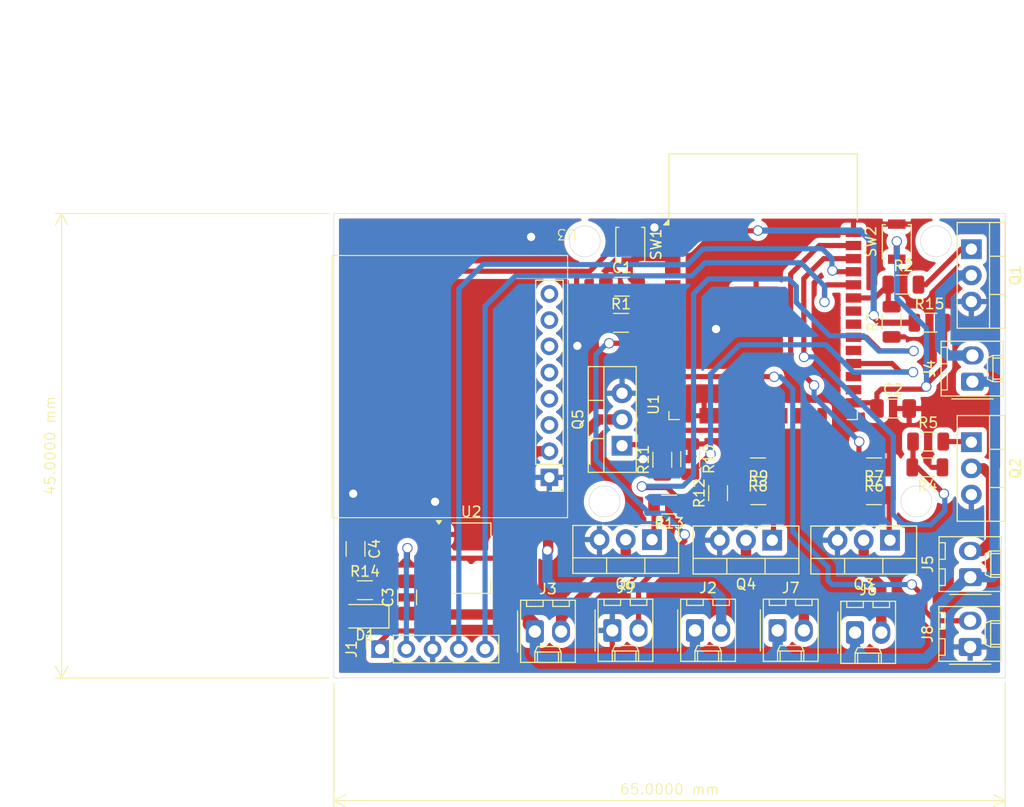
<source format=kicad_pcb>
(kicad_pcb (version 20240108) (generator "pcbnew") (generator_version "8.0")
  (layers (0 "F.Cu" signal) (31 "B.Cu" signal) (34 "B.Paste" user) (35 "F.Paste" user) (36 "B.SilkS" user "B.Silkscreen") (37 "F.SilkS" user "F.Silkscreen") (38 "B.Mask" user) (39 "F.Mask" user) (44 "Edge.Cuts" user))
  (net 0 "")
  (net 1 "GNDREF")
  (net 2 "Net-(SW1A-B)")
  (net 3 "Net-(SW2A-A)")
  (net 4 "+5V")
  (net 5 "+3V3")
  (net 6 "UART0_RX")
  (net 7 "UART0_TX")
  (net 8 "OUT_1")
  (net 9 "OUT_2")
  (net 10 "OUT_3")
  (net 11 "OUT_4")
  (net 12 "OUT_5")
  (net 13 "OUT_6")
  (net 14 "EXTRA_1")
  (net 15 "EXTRA_2")
  (net 16 "Net-(Q1-G)")
  (net 17 "Net-(Q2-G)")
  (net 18 "Net-(Q3-G)")
  (net 19 "Net-(Q4-G)")
  (net 20 "Net-(Q5-G)")
  (net 21 "Net-(Q6-G)")
  (net 22 "WIRE_3")
  (net 23 "WIRE_4")
  (net 24 "WIRE_5")
  (net 25 "WIRE_6")
  (net 26 "WIRE_1")
  (net 27 "WIRE_2")
  (net 33 "WIRE_7")
  (net 56 "Net-(D1-A)")
  (footprint "Connector_Molex:Molex_KK-254_AE-6410-02A_1x02_P2.54mm_Vertical" (layer "F.Cu") (at -69.305 59.365)
    (property "Reference" "J3")
    (property "Value" "Conn_01x02_Pin")
  )
  (footprint "Package_TO_SOT_THT:TO-220-3_Vertical" (layer "F.Cu") (at -46.325 50.52 180)
    (property "Reference" "Q4")
    (property "Value" "IRLZ44N")
  )
  (footprint "Capacitor_SMD:C_1206_3216Metric_Pad1.33x1.80mm_HandSolder" (layer "F.Cu") (at -34.6275 37.765)
    (property "Reference" "C2")
    (property "Value" "C")
  )
  (footprint "Connector_Molex:Molex_KK-254_AE-6410-02A_1x02_P2.54mm_Vertical" (layer "F.Cu") (at -61.805 59.265)
    (property "Reference" "J9")
    (property "Value" "Conn_01x02_Pin")
  )
  (footprint "Resistor_SMD:R_1206_3216Metric" (layer "F.Cu") (at -36.465 46.165)
    (property "Reference" "R7")
    (property "Value" "1K")
  )
  (footprint "Connector_Molex:Molex_KK-254_AE-6410-02A_1x02_P2.54mm_Vertical" (layer "F.Cu") (at -27.145 54.105 90)
    (property "Reference" "J5")
    (property "Value" "Conn_01x02_Pin")
  )
  (footprint "Resistor_SMD:R_1206_3216Metric" (layer "F.Cu") (at -31.3025 43.465 180)
    (property "Reference" "R4")
    (property "Value" "10K")
  )
  (footprint "Package_TO_SOT_SMD:SOT-223-3_TabPin2" (layer "F.Cu") (at -75.465 52.265)
    (property "Reference" "U2")
    (property "Value" "AMS1117")
  )
  (footprint "Package_TO_SOT_THT:TO-220-3_Vertical" (layer "F.Cu") (at -57.965 50.465 180)
    (property "Reference" "Q6")
    (property "Value" "IRLZ44N")
  )
  (footprint "Resistor_SMD:R_1206_3216Metric" (layer "F.Cu") (at -31.1 29.45)
    (property "Reference" "R15")
    (property "Value" "R")
  )
  (footprint "Connector_Molex:Molex_KK-254_AE-6410-02A_1x02_P2.54mm_Vertical" (layer "F.Cu") (at -45.805 59.265)
    (property "Reference" "J7")
    (property "Value" "Conn_01x02_Pin")
  )
  (footprint "Capacitor_SMD:C_1206_3216Metric_Pad1.33x1.80mm_HandSolder" (layer "F.Cu") (at -86.665 51.365 -90)
    (property "Reference" "C4")
    (property "Value" "C")
  )
  (footprint "Resistor_SMD:R_1206_3216Metric" (layer "F.Cu") (at -47.665 46.165)
    (property "Reference" "R9")
    (property "Value" "1K")
  )
  (footprint "Package_TO_SOT_THT:TO-220-3_Vertical" (layer "F.Cu") (at -27.045 41.025 -90)
    (property "Reference" "Q2")
    (property "Value" "IRLZ44N")
  )
  (footprint "Resistor_SMD:R_1206_3216Metric" (layer "F.Cu") (at -47.7025 43.465 180)
    (property "Reference" "R8")
    (property "Value" "10K")
  )
  (footprint "Resistor_SMD:R_1206_3216Metric" (layer "F.Cu") (at -31.2275 40.965)
    (property "Reference" "R5")
    (property "Value" "1K")
  )
  (footprint "Connector_Molex:Molex_KK-254_AE-6410-02A_1x02_P2.54mm_Vertical" (layer "F.Cu") (at -26.945 35.165 90)
    (property "Reference" "J4")
    (property "Value" "Conn_01x02_Pin")
  )
  (footprint "Resistor_SMD:R_1206_3216Metric" (layer "F.Cu") (at -51.565 45.965 90)
    (property "Reference" "R12")
    (property "Value" "10K")
  )
  (footprint "Button_Switch_SMD:SW_SPST_B3U-1000P" (layer "F.Cu") (at -34.265 21.6 90)
    (property "Reference" "SW2")
    (property "Value" "SW_DPST_x2")
  )
  (footprint "Resistor_SMD:R_1206_3216Metric" (layer "F.Cu") (at -54.265 42.665 -90)
    (property "Reference" "R10")
    (property "Value" "10K")
  )
  (footprint "Package_TO_SOT_THT:TO-220-3_Vertical" (layer "F.Cu") (at -60.865 41.365 90)
    (property "Reference" "Q5")
    (property "Value" "IRLZ44N")
  )
  (footprint "Button_Switch_SMD:SW_SPST_B3U-1000P" (layer "F.Cu") (at -60.065 21.865 -90)
    (property "Reference" "SW1")
    (property "Value" "SW_DPST_x2")
  )
  (footprint "Resistor_SMD:R_1206_3216Metric" (layer "F.Cu") (at -85.7525 55.365)
    (property "Reference" "R14")
    (property "Value" "1K")
  )
  (footprint "Capacitor_SMD:C_1206_3216Metric_Pad1.33x1.80mm_HandSolder" (layer "F.Cu") (at -81.665 56.065 90)
    (property "Reference" "C3")
    (property "Value" "C")
  )
  (footprint "Connector_Molex:Molex_KK-254_AE-6410-02A_1x02_P2.54mm_Vertical" (layer "F.Cu") (at -53.805 59.265)
    (property "Reference" "J2")
    (property "Value" "Conn_01x02_Pin")
  )
  (footprint "Resistor_SMD:R_1206_3216Metric" (layer "F.Cu") (at -33.6275 25.765)
    (property "Reference" "R2")
    (property "Value" "1K")
  )
  (footprint "Package_TO_SOT_THT:TO-220-3_Vertical" (layer "F.Cu") (at -34.925 50.52 180)
    (property "Reference" "Q3")
    (property "Value" "IRLZ44N")
  )
  (footprint "Resistor_SMD:R_1206_3216Metric" (layer "F.Cu") (at -56.965 42.7275 90)
    (property "Reference" "R11")
    (property "Value" "1K")
  )
  (footprint "Resistor_SMD:R_1206_3216Metric" (layer "F.Cu") (at -60.965 29.465)
    (property "Reference" "R1")
    (property "Value" "R")
  )
  (footprint "Resistor_SMD:R_1206_3216Metric" (layer "F.Cu") (at -36.465 43.465 180)
    (property "Reference" "R6")
    (property "Value" "10K")
  )
  (footprint "Connector_Molex:Molex_KK-254_AE-6410-02A_1x02_P2.54mm_Vertical" (layer "F.Cu") (at -38.305 59.465)
    (property "Reference" "J6")
    (property "Value" "Conn_01x02_Pin")
  )
  (footprint "Resistor_SMD:R_1206_3216Metric" (layer "F.Cu") (at -34.765 29.365 90)
    (property "Reference" "R3")
    (property "Value" "10K")
  )
  (footprint "Connector_Molex:Molex_KK-254_AE-6410-02A_1x02_P2.54mm_Vertical" (layer "F.Cu") (at -27.165 60.865 90)
    (property "Reference" "J8")
    (property "Value" "Conn_01x02_Pin")
  )
  (footprint "nichrome_project:usb-c-breakout" (layer "F.Cu") (at -66.195 20.39 180)
    (property "Reference" "U3")
    (property "Value" "~")
  )
  (footprint "Package_TO_SOT_THT:TO-220-3_Vertical" (layer "F.Cu") (at -27.045 22.325 -90)
    (property "Reference" "Q1")
    (property "Value" "IRLZ44N")
  )
  (footprint "Connector_PinSocket_2.54mm:PinSocket_1x05_P2.54mm_Vertical" (layer "F.Cu") (at -84.285 61.065 90)
    (property "Reference" "J1")
    (property "Value" "Conn_01x05_Pin")
  )
  (footprint "Capacitor_SMD:C_1206_3216Metric_Pad1.33x1.80mm_HandSolder" (layer "F.Cu") (at -60.865 25.965)
    (property "Reference" "C1")
    (property "Value" "C")
  )
  (footprint "RF_Module:ESP32-WROOM-32" (layer "F.Cu") (at -47.205 28.955)
    (property "Reference" "U1")
    (property "Value" "ESP32-WROOM-32")
  )
  (footprint "Resistor_SMD:R_1206_3216Metric" (layer "F.Cu") (at -56.3025 47.065 180)
    (property "Reference" "R13")
    (property "Value" "1K")
  )
  (footprint "LED_SMD:LED_1206_3216Metric" (layer "F.Cu") (at -85.715 57.89 180)
    (property "Reference" "D1")
    (property "Value" "LED")
  )
  (gr_circle (center -32.365 46.765) (end -30.865 46.765) (stroke (width 0.05)) (fill none) (layer "Edge.Cuts"))
  (gr_rect (start -88.765 18.865) (end -23.765 63.865) (stroke (width 0.05)) (fill none) (layer "Edge.Cuts"))
  (gr_circle (center -30.465 21.565) (end -28.965 21.565) (stroke (width 0.05)) (fill none) (layer "Edge.Cuts"))
  (gr_circle (center -64.465 21.565) (end -62.965 21.565) (stroke (width 0.05)) (fill none) (layer "Edge.Cuts"))
  (gr_circle (center -62.565 46.765) (end -61.065 46.765) (stroke (width 0.05)) (fill none) (layer "Edge.Cuts"))
  (dimension (type aligned) (layer "F.SilkS") (pts (xy -88.765 63.865) (xy -23.765 63.865)) (height 11.885) (gr_text "65.0000 mm" (at -56.265 74.65 0) (layer "F.SilkS") (effects (font (size 1 1) (thickness 0.1)))) (format (prefix "") (suffix "") (units 3) (units_format 1) (precision 4)) (style (thickness 0.1) (arrow_length 1.27) (text_position_mode 0) (extension_height 0.58642) (extension_offset 0.5) keep_text_aligned))
  (dimension (type aligned) (layer "F.SilkS") (pts (xy -88.765 18.865) (xy -88.765 63.865)) (height 26.36) (gr_text "45.0000 mm" (at -116.225 41.365 90) (layer "F.SilkS") (effects (font (size 1 1) (thickness 0.1)))) (format (prefix "") (suffix "") (units 3) (units_format 1) (precision 4)) (style (thickness 0.1) (arrow_length 1.27) (text_position_mode 0) (extension_height 0.58642) (extension_offset 0.5) keep_text_aligned))
  (via (at -51.765 30.065) (size 1) (drill 0.8) (layers "F.Cu" "B.Cu") (net 1))
  (via (at -69.665 21.14) (size 1) (drill 0.8) (layers "F.Cu" "B.Cu") (net 1))
  (via (at -58.815 42.665) (size 1) (drill 0.8) (layers "F.Cu" "B.Cu") (net 1))
  (via (at -57.725 20.225) (size 1) (drill 0.8) (layers "F.Cu" "B.Cu") (net 1))
  (via (at -86.89 46.015) (size 1) (drill 0.8) (layers "F.Cu" "B.Cu") (net 1))
  (via (at -78.965 46.79) (size 1) (drill 0.8) (layers "F.Cu" "B.Cu") (net 1))
  (via (at -65.19 31.69) (size 1) (drill 0.8) (layers "F.Cu" "B.Cu") (net 1))
  (segment (start -55.955 23.245) (end -59.745 23.245) (width 0.5) (layer "F.Cu") (net 2))
  (segment (start -59.3025 29.265) (end -59.5025 29.465) (width 0.5) (layer "F.Cu") (net 2))
  (segment (start -60.065 23.565) (end -60.065 25.2025) (width 0.5) (layer "F.Cu") (net 2))
  (segment (start -59.3025 25.965) (end -59.3025 29.265) (width 0.5) (layer "F.Cu") (net 2))
  (segment (start -60.065 25.2025) (end -59.3025 25.965) (width 0.5) (layer "F.Cu") (net 2))
  (segment (start -59.745 23.245) (end -60.065 23.565) (width 0.5) (layer "F.Cu") (net 2))
  (segment (start -31.415 35.64) (end -31.415 35.44) (width 0.5) (layer "F.Cu") (net 3))
  (segment (start -36.74 37.215) (end -36.19 37.765) (width 0.5) (layer "F.Cu") (net 3))
  (segment (start -36.19 37.765) (end -36.19 36.315) (width 0.5) (layer "F.Cu") (net 3))
  (segment (start -38.455 37.215) (end -36.74 37.215) (width 0.5) (layer "F.Cu") (net 3))
  (segment (start -35.765 35.89) (end -31.665 35.89) (width 0.5) (layer "F.Cu") (net 3))
  (segment (start -36.19 36.315) (end -35.765 35.89) (width 0.5) (layer "F.Cu") (net 3))
  (segment (start -34.265 23.3) (end -34.265 21.575) (width 0.6) (layer "F.Cu") (net 3))
  (segment (start -29.6375 33.6625) (end -29.6375 29.45) (width 0.5) (layer "F.Cu") (net 3))
  (segment (start -31.665 35.89) (end -31.415 35.64) (width 0.5) (layer "F.Cu") (net 3))
  (segment (start -31.415 35.44) (end -29.6375 33.6625) (width 0.5) (layer "F.Cu") (net 3))
  (via (at -31.415 35.64) (size 1) (drill 0.8) (layers "F.Cu" "B.Cu") (net 3))
  (via (at -34.265 21.575) (size 1) (drill 0.8) (layers "F.Cu" "B.Cu") (net 3))
  (segment (start -34.265 21.575) (end -34.265 27.115) (width 0.5) (layer "B.Cu") (net 3))
  (segment (start -31.39 29.99) (end -31.39 35.665) (width 0.5) (layer "B.Cu") (net 3))
  (segment (start -34.265 27.115) (end -31.39 29.99) (width 0.5) (layer "B.Cu") (net 3))
  (segment (start -78.6775 54.5025) (end -78.615 54.565) (width 1) (layer "F.Cu") (net 4))
  (segment (start -78.59 56.79) (end -78.615 56.765) (width 0.5) (layer "F.Cu") (net 4))
  (segment (start -81.665 54.5025) (end -78.6775 54.5025) (width 1) (layer "F.Cu") (net 4))
  (segment (start -78.89 58.015) (end -78.1275 57.2525) (width 0.5) (layer "F.Cu") (net 4))
  (segment (start -69.097081 41.9) (end -67.895 41.9) (width 1) (layer "F.Cu") (net 4))
  (segment (start -80.19 59.315) (end -78.89 58.015) (width 0.5) (layer "F.Cu") (net 4))
  (segment (start -78.615 54.565) (end -78.615 56.765) (width 1) (layer "F.Cu") (net 4))
  (segment (start -83.24 59.315) (end -80.19 59.315) (width 0.5) (layer "F.Cu") (net 4))
  (segment (start -69.305 59.365) (end -69.975 58.695) (width 1) (layer "F.Cu") (net 4))
  (segment (start -78.59 57.715) (end -78.59 56.79) (width 0.5) (layer "F.Cu") (net 4))
  (segment (start -78.59 57.715) (end -77.665 57.715) (width 0.5) (layer "F.Cu") (net 4))
  (segment (start -84.285 60.36) (end -83.24 59.315) (width 0.5) (layer "F.Cu") (net 4))
  (segment (start -84.285 61.065) (end -84.285 60.36) (width 0.5) (layer "F.Cu") (net 4))
  (segment (start -70.44 47.615) (end -70.44 43.242919) (width 1) (layer "F.Cu") (net 4))
  (segment (start -70.14 57.715) (end -69.305 58.55) (width 1) (layer "F.Cu") (net 4))
  (segment (start -70.44 43.242919) (end -69.097081 41.9) (width 1) (layer "F.Cu") (net 4))
  (segment (start -78.89 58.015) (end -78.59 57.715) (width 0.5) (layer "F.Cu") (net 4))
  (segment (start -69.305 58.55) (end -69.305 59.365) (width 1) (layer "F.Cu") (net 4))
  (segment (start -69.975 58.695) (end -69.975 48.08) (width 1) (layer "F.Cu") (net 4))
  (segment (start -77.665 57.715) (end -70.14 57.715) (width 1) (layer "F.Cu") (net 4))
  (segment (start -78.615 56.765) (end -78.1275 57.2525) (width 1) (layer "F.Cu") (net 4))
  (segment (start -69.975 48.08) (end -70.44 47.615) (width 1) (layer "F.Cu") (net 4))
  (segment (start -78.1275 57.2525) (end -77.665 57.715) (width 1) (layer "F.Cu") (net 4))
  (segment (start -37.29 61.99) (end -38.305 60.975) (width 1) (layer "B.Cu") (net 4))
  (segment (start -45.805 61.575) (end -45.805 60.965) (width 1) (layer "B.Cu") (net 4))
  (segment (start -68.715 61.99) (end -69.305 61.4) (width 1) (layer "B.Cu") (net 4))
  (segment (start -31.515 61.99) (end -36.315 61.99) (width 1) (layer "B.Cu") (net 4))
  (segment (start -45.525 61.08) (end -44.615 61.99) (width 1) (layer "B.Cu") (net 4))
  (segment (start -26.945 35.165) (end -25.19 35.165) (width 1) (layer "B.Cu") (net 4))
  (segment (start -36.315 61.99) (end -39.215 61.99) (width 1) (layer "B.Cu") (net 4))
  (segment (start -38.305 60.975) (end -38.305 59.465) (width 1) (layer "B.Cu") (net 4))
  (segment (start -53.805 60.74) (end -53.805 61.105) (width 1) (layer "B.Cu") (net 4))
  (segment (start -45.805 60.965) (end -45.805 61.08) (width 1) (layer "B.Cu") (net 4))
  (segment (start -39.215 61.99) (end -44.615 61.99) (width 1) (layer "B.Cu") (net 4))
  (segment (start -25.19 35.165) (end -24.765 35.59) (width 1) (layer "B.Cu") (net 4))
  (segment (start -53.805 61.105) (end -54.69 61.99) (width 1) (layer "B.Cu") (net 4))
  (segment (start -45.805 60.965) (end -45.805 59.265) (width 1) (layer "B.Cu") (net 4))
  (segment (start -38.305 60.975) (end -38.305 61.08) (width 1) (layer "B.Cu") (net 4))
  (segment (start -25.005 54.105) (end -27.145 54.105) (width 1) (layer "B.Cu") (net 4))
  (segment (start -30.515 60.99) (end -31.515 61.99) (width 1) (layer "B.Cu") (net 4))
  (segment (start -24.765 35.59) (end -24.79 35.615) (width 1) (layer "B.Cu") (net 4))
  (segment (start -45.805 61.08) (end -46.715 61.99) (width 1) (layer "B.Cu") (net 4))
  (segment (start -24.79 53.89) (end -25.005 54.105) (width 1) (layer "B.Cu") (net 4))
  (segment (start -24.79 35.615) (end -24.79 53.89) (width 1) (layer "B.Cu") (net 4))
  (segment (start -45.39 61.99) (end -46.715 61.99) (width 1) (layer "B.Cu") (net 4))
  (segment (start -38.305 61.08) (end -39.215 61.99) (width 1) (layer "B.Cu") (net 4))
  (segment (start -53.04 61.99) (end -54.69 61.99) (width 1) (layer "B.Cu") (net 4))
  (segment (start -36.315 61.99) (end -37.29 61.99) (width 1) (layer "B.Cu") (net 4))
  (segment (start -27.455 54.105) (end -30.565 57.215) (width 1) (layer "B.Cu") (net 4))
  (segment (start -54.69 61.99) (end -68.715 61.99) (width 1) (layer "B.Cu") (net 4))
  (segment (start -45.805 61.08) (end -45.525 61.08) (width 1) (layer "B.Cu") (net 4))
  (segment (start -46.715 61.99) (end -53.04 61.99) (width 1) (layer "B.Cu") (net 4))
  (segment (start -30.515 57.265) (end -30.515 60.99) (width 1) (layer "B.Cu") (net 4))
  (segment (start -53.805 61.225) (end -53.805 60.74) (width 1) (layer "B.Cu") (net 4))
  (segment (start -45.39 61.99) (end -45.805 61.575) (width 1) (layer "B.Cu") (net 4))
  (segment (start -44.615 61.99) (end -45.39 61.99) (width 1) (layer "B.Cu") (net 4))
  (segment (start -27.145 54.105) (end -27.455 54.105) (width 1) (layer "B.Cu") (net 4))
  (segment (start -53.04 61.99) (end -53.805 61.225) (width 1) (layer "B.Cu") (net 4))
  (segment (start -30.565 57.215) (end -30.515 57.265) (width 1) (layer "B.Cu") (net 4))
  (segment (start -69.305 61.4) (end -69.305 59.365) (width 1) (layer "B.Cu") (net 4))
  (segment (start -53.805 60.74) (end -53.805 59.265) (width 1) (layer "B.Cu") (net 4))
  (segment (start -65.118193 24.865) (end -64.715 24.461807) (width 0.5) (layer "F.Cu") (net 5))
  (segment (start -84.44 52.9275) (end -83.74 52.9275) (width 0.5) (layer "F.Cu") (net 5))
  (segment (start -81.165 52.9275) (end -79.2775 52.9275) (width 0.5) (layer "F.Cu") (net 5))
  (segment (start -84.415 52.9275) (end -84.44 52.9275) (width 0.5) (layer "F.Cu") (net 5))
  (segment (start -83.915 52.4275) (end -84.415 52.9275) (width 0.5) (layer "F.Cu") (net 5))
  (segment (start -35.975 29.45) (end -36.425 29) (width 0.6) (layer "F.Cu") (net 5))
  (segment (start -65.265 24.461807) (end -65.84 24.461807) (width 0.5) (layer "F.Cu") (net 5))
  (segment (start -75.815 52.265) (end -75.465 52.265) (width 0.5) (layer "F.Cu") (net 5))
  (segment (start -86.665 53.89) (end -87.215 54.44) (width 0.5) (layer "F.Cu") (net 5))
  (segment (start -83.915 30.565) (end -83.915 52.24) (width 0.5) (layer "F.Cu") (net 5))
  (segment (start -65.436807 24.865) (end -65.84 24.461807) (width 0.5) (layer "F.Cu") (net 5))
  (segment (start -83.74 52.9275) (end -83.415 52.9275) (width 0.5) (layer "F.Cu") (net 5))
  (segment (start -65.265 24.865) (end -65.265 24.461807) (width 0.5) (layer "F.Cu") (net 5))
  (segment (start -53.15 20.55) (end -47.6 20.55) (width 0.5) (layer "F.Cu") (net 5))
  (segment (start -75.14 52.265) (end -75.09 52.265) (width 0.5) (layer "F.Cu") (net 5))
  (segment (start -81.64 52.515) (end -81.64 52.8525) (width 0.5) (layer "F.Cu") (net 5))
  (segment (start -75.465 52.59) (end -75.465 52.265) (width 0.5) (layer "F.Cu") (net 5))
  (segment (start -65.265 24.865) (end -65.436807 24.865) (width 0.5) (layer "F.Cu") (net 5))
  (segment (start -81.9275 52.515) (end -82.34 52.9275) (width 0.5) (layer "F.Cu") (net 5))
  (segment (start -81.64 52.515) (end -81.9275 52.515) (width 0.5) (layer "F.Cu") (net 5))
  (segment (start -65.265 24.865) (end -65.118193 24.865) (width 0.5) (layer "F.Cu") (net 5))
  (segment (start -61.5 21.975) (end -63.986807 24.461807) (width 0.5) (layer "F.Cu") (net 5))
  (segment (start -55.955 21.975) (end -54.575 21.975) (width 0.5) (layer "F.Cu") (net 5))
  (segment (start -62.4275 29.465) (end -64.565 29.465) (width 0.5) (layer "F.Cu") (net 5))
  (segment (start -54.575 21.975) (end -53.325 20.725) (width 0.5) (layer "F.Cu") (net 5))
  (segment (start -75.465 52.265) (end -75.09 52.265) (width 0.5) (layer "F.Cu") (net 5))
  (segment (start -75.79 52.265) (end -75.815 52.265) (width 0.5) (layer "F.Cu") (net 5))
  (segment (start -78.615 52.265) (end -75.815 52.265) (width 0.5) (layer "F.Cu") (net 5))
  (segment (start -65.84 24.461807) (end -77.811807 24.461807) (width 0.5) (layer "F.Cu") (net 5))
  (segment (start -81.64 52.515) (end -81.5775 52.515) (width 0.5) (layer "F.Cu") (net 5))
  (segment (start -32.5625 29.45) (end -35.975 29.45) (width 0.6) (layer "F.Cu") (net 5))
  (segment (start -75.09 52.265) (end -72.315 52.265) (width 0.5) (layer "F.Cu") (net 5))
  (segment (start -83.915 52.4275) (end -83.415 52.9275) (width 0.5) (layer "F.Cu") (net 5))
  (segment (start -82.34 52.9275) (end -81.715 52.9275) (width 0.5) (layer "F.Cu") (net 5))
  (segment (start -75.465 52.59) (end -75.14 52.265) (width 0.5) (layer "F.Cu") (net 5))
  (segment (start -79.2775 52.9275) (end -78.615 52.265) (width 0.5) (layer "F.Cu") (net 5))
  (segment (start -81.64 52.8525) (end -81.715 52.9275) (width 0.5) (layer "F.Cu") (net 5))
  (segment (start -77.811807 24.461807) (end -83.915 30.565) (width 0.5) (layer "F.Cu") (net 5))
  (segment (start -83.915 52.24) (end -83.915 52.7525) (width 0.5) (layer "F.Cu") (net 5))
  (segment (start -83.415 52.9275) (end -82.34 52.9275) (width 0.5) (layer "F.Cu") (net 5))
  (segment (start -55.955 21.975) (end -61.5 21.975) (width 0.5) (layer "F.Cu") (net 5))
  (segment (start -63.986807 24.461807) (end -64.715 24.461807) (width 0.5) (layer "F.Cu") (net 5))
  (segment (start -65.265 28.765) (end -65.265 24.865) (width 0.5) (layer "F.Cu") (net 5))
  (segment (start -81.715 52.9275) (end -81.165 52.9275) (width 0.5) (layer "F.Cu") (net 5))
  (segment (start -64.565 29.465) (end -65.265 28.765) (width 0.5) (layer "F.Cu") (net 5))
  (segment (start -64.715 24.461807) (end -65.265 24.461807) (width 0.5) (layer "F.Cu") (net 5))
  (segment (start -86.665 52.9275) (end -86.665 53.89) (width 0.5) (layer "F.Cu") (net 5))
  (segment (start -75.465 52.59) (end -75.79 52.265) (width 0.5) (layer "F.Cu") (net 5))
  (segment (start -81.64 51.29) (end -81.64 52.515) (width 0.5) (layer "F.Cu") (net 5))
  (segment (start -83.915 52.24) (end -83.915 52.4275) (width 0.5) (layer "F.Cu") (net 5))
  (segment (start -81.5775 52.515) (end -81.165 52.9275) (width 0.5) (layer "F.Cu") (net 5))
  (segment (start -87.215 54.44) (end -87.215 55.365) (width 0.5) (layer "F.Cu") (net 5))
  (segment (start -83.915 52.7525) (end -83.74 52.9275) (width 0.5) (layer "F.Cu") (net 5))
  (segment (start -53.325 20.725) (end -53.15 20.55) (width 0.5) (layer "F.Cu") (net 5))
  (segment (start -86.665 52.9275) (end -84.44 52.9275) (width 0.5) (layer "F.Cu") (net 5))
  (via (at -47.7 20.525) (size 1) (drill 0.8) (layers "F.Cu" "B.Cu") (net 5))
  (via (at -81.64 51.29) (size 1) (drill 0.8) (layers "F.Cu" "B.Cu") (net 5))
  (via (at -36.5 28.725) (size 1) (drill 0.8) (layers "F.Cu" "B.Cu") (net 5))
  (segment (start -37.8 20.525) (end -47.6 20.525) (width 0.6) (layer "B.Cu") (net 5))
  (segment (start -36.5 21.825) (end -37.75 20.575) (width 0.6) (layer "B.Cu") (net 5))
  (segment (start -81.64 51.29) (end -81.745 51.395) (width 0.5) (layer "B.Cu") (net 5))
  (segment (start -36.5 28.725) (end -36.5 21.825) (width 0.6) (layer "B.Cu") (net 5))
  (segment (start -37.75 20.575) (end -37.8 20.525) (width 0.6) (layer "B.Cu") (net 5))
  (segment (start -81.745 51.395) (end -81.745 61.065) (width 0.5) (layer "B.Cu") (net 5))
  (segment (start -41.035 25.785) (end -41.265 26.015) (width 0.5) (layer "F.Cu") (net 6))
  (segment (start -38.455 25.785) (end -41.035 25.785) (width 0.5) (layer "F.Cu") (net 6))
  (segment (start -41.265 26.015) (end -41.265 27.44) (width 0.5) (layer "F.Cu") (net 6))
  (via (at -41.265 27.44) (size 1) (drill 0.8) (layers "F.Cu" "B.Cu") (net 6))
  (segment (start -74.125 61.065) (end -74.125 27.85) (width 0.5) (layer "B.Cu") (net 6))
  (segment (start -54.115 24.915) (end -52.965 23.765) (width 0.5) (layer "B.Cu") (net 6))
  (segment (start -74.125 27.85) (end -71.19 24.915) (width 0.5) (layer "B.Cu") (net 6))
  (segment (start -52.965 23.765) (end -52.84 23.64) (width 0.5) (layer "B.Cu") (net 6))
  (segment (start -71.19 24.915) (end -54.115 24.915) (width 0.5) (layer "B.Cu") (net 6))
  (segment (start -43.54 23.64) (end -41.24 25.94) (width 0.5) (layer "B.Cu") (net 6))
  (segment (start -52.84 23.64) (end -43.54 23.64) (width 0.5) (layer "B.Cu") (net 6))
  (segment (start -41.24 25.94) (end -41.24 27.465) (width 0.5) (layer "B.Cu") (net 6))
  (segment (start -40.365 24.515) (end -40.49 24.39) (width 0.5) (layer "F.Cu") (net 7))
  (segment (start -38.455 24.515) (end -40.365 24.515) (width 0.5) (layer "F.Cu") (net 7))
  (via (at -40.49 24.39) (size 1) (drill 0.8) (layers "F.Cu" "B.Cu") (net 7))
  (segment (start -76.665 61.065) (end -76.665 26.165) (width 0.5) (layer "B.Cu") (net 7))
  (segment (start -41.49 22.29) (end -41.465 22.29) (width 0.5) (layer "B.Cu") (net 7))
  (segment (start -74.29 23.79) (end -65.89 23.79) (width 0.5) (layer "B.Cu") (net 7))
  (segment (start -52.54 22.29) (end -41.49 22.29) (width 0.5) (layer "B.Cu") (net 7))
  (segment (start -52.565 22.315) (end -52.54 22.29) (width 0.5) (layer "B.Cu") (net 7))
  (segment (start -65.89 23.79) (end -65.854841 23.825159) (width 0.5) (layer "B.Cu") (net 7))
  (segment (start -76.665 26.165) (end -75.065 24.565) (width 0.5) (layer "B.Cu") (net 7))
  (segment (start -53.04 22.315) (end -52.565 22.315) (width 0.5) (layer "B.Cu") (net 7))
  (segment (start -54.550159 23.825159) (end -53.04 22.315) (width 0.5) (layer "B.Cu") (net 7))
  (segment (start -41.465 22.29) (end -40.54 23.215) (width 0.5) (layer "B.Cu") (net 7))
  (segment (start -40.54 23.215) (end -40.54 24.64) (width 0.5) (layer "B.Cu") (net 7))
  (segment (start -75.065 24.565) (end -74.29 23.79) (width 0.5) (layer "B.Cu") (net 7))
  (segment (start -65.854841 23.825159) (end -54.550159 23.825159) (width 0.5) (layer "B.Cu") (net 7))
  (segment (start -64.165 39.865) (end -64.902525 40.602525) (width 1) (layer "F.Cu") (net 8))
  (segment (start -63.125 38.825) (end -64.165 39.865) (width 1) (layer "F.Cu") (net 8))
  (segment (start -68.015 49.99) (end -68.015 51.515) (width 1) (layer "F.Cu") (net 8))
  (segment (start -68.015 49.456784) (end -68.015 49.99) (width 1) (layer "F.Cu") (net 8))
  (segment (start -64.902525 40.602525) (end -64.902525 45.867041) (width 1) (layer "F.Cu") (net 8))
  (segment (start -68.015 51.515) (end -68.09 51.59) (width 1) (layer "F.Cu") (net 8))
  (segment (start -64.902525 45.867041) (end -64.999178 46.148583) (width 1) (layer "F.Cu") (net 8))
  (segment (start -65.05774 46.499524) (end -68.015 49.456784) (width 1) (layer "F.Cu") (net 8))
  (segment (start -64.999178 46.148583) (end -65.05774 46.499524) (width 1) (layer "F.Cu") (net 8))
  (segment (start -60.865 38.825) (end -63.125 38.825) (width 1) (layer "F.Cu") (net 8))
  (via (at -68.09 51.515) (size 1) (drill 0.8) (layers "F.Cu" "B.Cu") (net 8))
  (segment (start -52.34 55.09) (end -67.465 55.09) (width 1) (layer "B.Cu") (net 8))
  (segment (start -68.09 54.465) (end -68.09 51.515) (width 1) (layer "B.Cu") (net 8))
  (segment (start -51.265 56.165) (end -52.34 55.09) (width 1) (layer "B.Cu") (net 8))
  (segment (start -67.465 55.09) (end -68.09 54.465) (width 1) (layer "B.Cu") (net 8))
  (segment (start -51.265 59.265) (end -51.265 56.165) (width 1) (layer "B.Cu") (net 8))
  (segment (start -61.84 54.565) (end -63.315 54.565) (width 1) (layer "F.Cu") (net 9))
  (segment (start -63.315 54.565) (end -66.765 58.015) (width 1) (layer "F.Cu") (net 9))
  (segment (start -60.505 50.465) (end -60.505 53.23) (width 1) (layer "F.Cu") (net 9))
  (segment (start -60.505 53.23) (end -61.84 54.565) (width 1) (layer "F.Cu") (net 9))
  (segment (start -66.765 58.015) (end -66.765 59.365) (width 1) (layer "F.Cu") (net 9))
  (segment (start -27.045 24.865) (end -28.315 24.865) (width 1) (layer "B.Cu") (net 10))
  (segment (start -29.305 32.625) (end -26.945 32.625) (width 1) (layer "B.Cu") (net 10))
  (segment (start -30.065 31.865) (end -29.305 32.625) (width 1) (layer "B.Cu") (net 10))
  (segment (start -30.065 26.615) (end -30.065 31.865) (width 1) (layer "B.Cu") (net 10))
  (segment (start -28.315 24.865) (end -30.065 26.615) (width 1) (layer "B.Cu") (net 10))
  (segment (start -26.09 51.565) (end -27.145 51.565) (width 1) (layer "F.Cu") (net 11))
  (segment (start -27.045 43.565) (end -25.865 43.565) (width 1) (layer "F.Cu") (net 11))
  (segment (start -25.14 50.615) (end -26.09 51.565) (width 1) (layer "F.Cu") (net 11))
  (segment (start -25.14 44.29) (end -25.14 50.615) (width 1) (layer "F.Cu") (net 11))
  (segment (start -25.865 43.565) (end -25.14 44.29) (width 1) (layer "F.Cu") (net 11))
  (segment (start -37.465 50.52) (end -37.465 53.29) (width 1) (layer "F.Cu") (net 12))
  (segment (start -35.765 54.99) (end -35.765 59.465) (width 1) (layer "F.Cu") (net 12))
  (segment (start -37.465 53.29) (end -35.765 54.99) (width 1) (layer "F.Cu") (net 12))
  (segment (start -48.065 54.765) (end -45.67 54.765) (width 1) (layer "F.Cu") (net 13))
  (segment (start -48.865 53.965) (end -48.065 54.765) (width 1) (layer "F.Cu") (net 13))
  (segment (start -45.67 54.765) (end -43.265 57.17) (width 1) (layer "F.Cu") (net 13))
  (segment (start -43.265 57.17) (end -43.265 59.265) (width 1) (layer "F.Cu") (net 13))
  (segment (start -48.865 50.52) (end -48.865 53.965) (width 1) (layer "F.Cu") (net 13))
  (segment (start -46.155 34.675) (end -46.14 34.69) (width 0.5) (layer "F.Cu") (net 14))
  (segment (start -31.54 56.09) (end -32.79 54.84) (width 0.5) (layer "F.Cu") (net 14))
  (segment (start -27.165 58.325) (end -30.555 58.325) (width 0.5) (layer "F.Cu") (net 14))
  (segment (start -55.955 34.675) (end -46.155 34.675) (width 0.5) (layer "F.Cu") (net 14))
  (segment (start -30.555 58.325) (end -31.54 57.34) (width 0.5) (layer "F.Cu") (net 14))
  (segment (start -31.54 57.34) (end -31.54 56.09) (width 0.5) (layer "F.Cu") (net 14))
  (via (at -32.815 54.815) (size 1) (drill 0.8) (layers "F.Cu" "B.Cu") (net 14))
  (via (at -46.14 34.69) (size 1) (drill 0.8) (layers "F.Cu" "B.Cu") (net 14))
  (segment (start -40.915 54.415) (end -40.915 53.12) (width 0.5) (layer "B.Cu") (net 14))
  (segment (start -32.815 54.815) (end -40.515 54.815) (width 0.5) (layer "B.Cu") (net 14))
  (segment (start -40.915 53.12) (end -44.34 49.695) (width 0.5) (layer "B.Cu") (net 14))
  (segment (start -44.34 35.865) (end -45.515 34.69) (width 0.5) (layer "B.Cu") (net 14))
  (segment (start -40.515 54.815) (end -40.915 54.415) (width 0.5) (layer "B.Cu") (net 14))
  (segment (start -45.515 34.69) (end -46.115 34.69) (width 0.5) (layer "B.Cu") (net 14))
  (segment (start -44.34 49.695) (end -44.34 35.865) (width 0.5) (layer "B.Cu") (net 14))
  (segment (start -57.12 29.595) (end -58.965 31.44) (width 0.5) (layer "F.Cu") (net 15))
  (segment (start -55.955 29.595) (end -57.12 29.595) (width 0.5) (layer "F.Cu") (net 15))
  (segment (start -54.79 50.59) (end -54.79 49.99) (width 0.5) (layer "F.Cu") (net 15))
  (segment (start -58.965 31.44) (end -62.115 31.44) (width 0.5) (layer "F.Cu") (net 15))
  (segment (start -59.265 59.265) (end -59.265 55.065) (width 0.5) (layer "F.Cu") (net 15))
  (segment (start -58.215 54.015) (end -54.79 50.59) (width 0.5) (layer "F.Cu") (net 15))
  (segment (start -59.265 55.065) (end -58.215 54.015) (width 0.5) (layer "F.Cu") (net 15))
  (via (at -62.115 31.44) (size 1) (drill 0.8) (layers "F.Cu" "B.Cu") (net 15))
  (via (at -54.79 49.965) (size 1) (drill 0.8) (layers "F.Cu" "B.Cu") (net 15))
  (segment (start -58.465 47.671385) (end -63.39 42.746385) (width 0.5) (layer "B.Cu") (net 15))
  (segment (start -63.39 41.865) (end -63.39 32.521497) (width 0.5) (layer "B.Cu") (net 15))
  (segment (start -54.79 49.965) (end -56.84 47.915) (width 0.5) (layer "B.Cu") (net 15))
  (segment (start -63.39 42.746385) (end -63.39 41.865) (width 0.5) (layer "B.Cu") (net 15))
  (segment (start -63.39 32.521497) (end -62.283503 31.415) (width 0.5) (layer "B.Cu") (net 15))
  (segment (start -62.283503 31.415) (end -62.265 31.415) (width 0.5) (layer "B.Cu") (net 15))
  (segment (start -56.84 47.915) (end -58.465 47.915) (width 0.5) (layer "B.Cu") (net 15))
  (segment (start -58.465 47.915) (end -58.465 47.671385) (width 0.5) (layer "B.Cu") (net 15))
  (segment (start -31.471385 25.765) (end -28.031385 22.325) (width 0.5) (layer "F.Cu") (net 16))
  (segment (start -28.031385 22.325) (end -27.045 22.325) (width 0.5) (layer "F.Cu") (net 16))
  (segment (start -32.165 25.765) (end -31.471385 25.765) (width 0.5) (layer "F.Cu") (net 16))
  (segment (start -27.105 40.965) (end -27.045 41.025) (width 0.5) (layer "F.Cu") (net 17))
  (segment (start -29.765 40.965) (end -27.105 40.965) (width 0.5) (layer "F.Cu") (net 17))
  (segment (start -35.0025 46.165) (end -35.0025 50.4425) (width 0.5) (layer "F.Cu") (net 18))
  (segment (start -35.0025 50.4425) (end -34.925 50.52) (width 0.5) (layer "F.Cu") (net 18))
  (segment (start -46.2025 46.165) (end -46.2025 50.3975) (width 0.5) (layer "F.Cu") (net 19))
  (segment (start -46.2025 50.3975) (end -46.325 50.52) (width 0.5) (layer "F.Cu") (net 19))
  (segment (start -56.965 41.265) (end -60.765 41.265) (width 0.5) (layer "F.Cu") (net 20))
  (segment (start -60.765 41.265) (end -60.865 41.365) (width 0.5) (layer "F.Cu") (net 20))
  (segment (start -57.765 50.265) (end -57.965 50.465) (width 0.5) (layer "F.Cu") (net 21))
  (segment (start -57.765 47.065) (end -57.765 50.265) (width 0.5) (layer "F.Cu") (net 21))
  (segment (start -36.38 27.055) (end -35.09 25.765) (width 0.5) (layer "F.Cu") (net 22))
  (segment (start -35.09 25.765) (end -35.09 27.5775) (width 0.5) (layer "F.Cu") (net 22))
  (segment (start -38.455 27.055) (end -36.38 27.055) (width 0.5) (layer "F.Cu") (net 22))
  (segment (start -35.09 27.5775) (end -34.765 27.9025) (width 0.5) (layer "F.Cu") (net 22))
  (segment (start -43.24 32.765) (end -43.265 32.74) (width 0.5) (layer "F.Cu") (net 23))
  (segment (start -43.265 25.165) (end -41.345 23.245) (width 0.5) (layer "F.Cu") (net 23))
  (segment (start -32.69 43.39) (end -32.765 43.465) (width 0.5) (layer "F.Cu") (net 23))
  (segment (start -43.265 32.74) (end -43.265 25.165) (width 0.5) (layer "F.Cu") (net 23))
  (segment (start -29.665 46.065) (end -32.265 43.465) (width 0.5) (layer "F.Cu") (net 23))
  (segment (start -32.69 40.965) (end -32.69 43.39) (width 0.5) (layer "F.Cu") (net 23))
  (segment (start -32.265 43.465) (end -32.765 43.465) (width 0.5) (layer "F.Cu") (net 23))
  (segment (start -41.345 23.245) (end -38.455 23.245) (width 0.5) (layer "F.Cu") (net 23))
  (via (at -43.24 32.765) (size 1) (drill 0.8) (layers "F.Cu" "B.Cu") (net 23))
  (via (at -29.7 46.025) (size 1) (drill 0.8) (layers "F.Cu" "B.Cu") (net 23))
  (segment (start -29.615 46.115) (end -29.665 46.065) (width 0.5) (layer "B.Cu") (net 23))
  (segment (start -43.24 32.765) (end -42.24 32.765) (width 0.5) (layer "B.Cu") (net 23))
  (segment (start -33.629841 49.025159) (end -30.975159 49.025159) (width 0.5) (layer "B.Cu") (net 23))
  (segment (start -34.617438 46.578358) (end -34.617438 48.037562) (width 0.5) (layer "B.Cu") (net 23))
  (segment (start -42.24 32.765) (end -34.601658 40.403342) (width 0.5) (layer "B.Cu") (net 23))
  (segment (start -30.975159 49.025159) (end -29.615 47.665) (width 0.5) (layer "B.Cu") (net 23))
  (segment (start -29.615 47.665) (end -29.615 46.115) (width 0.5) (layer "B.Cu") (net 23))
  (segment (start -34.601658 46.483793) (end -34.617438 46.578358) (width 0.5) (layer "B.Cu") (net 23))
  (segment (start -34.617438 48.037562) (end -33.629841 49.025159) (width 0.5) (layer "B.Cu") (net 23))
  (segment (start -34.601658 40.403342) (end -34.601658 46.483793) (width 0.5) (layer "B.Cu") (net 23))
  (segment (start -37.9275 43.465) (end -37.9275 46.165) (width 0.5) (layer "F.Cu") (net 24))
  (segment (start -41.775 21.975) (end -44.54 24.74) (width 0.5) (layer "F.Cu") (net 24))
  (segment (start -42.275 35.5) (end -42.275 35.525) (width 0.5) (layer "F.Cu") (net 24))
  (segment (start -44.54 24.74) (end -44.54 33.235) (width 0.5) (layer "F.Cu") (net 24))
  (segment (start -37.9275 43.465) (end -37.9275 41.0025) (width 0.5) (layer "F.Cu") (net 24))
  (segment (start -37.9275 41.0025) (end -37.9 40.975) (width 0.5) (layer "F.Cu") (net 24))
  (segment (start -44.54 33.235) (end -42.275 35.5) (width 0.5) (layer "F.Cu") (net 24))
  (segment (start -38.455 21.975) (end -41.775 21.975) (width 0.5) (layer "F.Cu") (net 24))
  (via (at -37.9 40.975) (size 1) (drill 0.8) (layers "F.Cu" "B.Cu") (net 24))
  (via (at -42.275 35.525) (size 1) (drill 0.8) (layers "F.Cu" "B.Cu") (net 24))
  (segment (start -42.275 35.525) (end -42.275 36.6) (width 0.5) (layer "B.Cu") (net 24))
  (segment (start -42.275 36.6) (end -37.9 40.975) (width 0.5) (layer "B.Cu") (net 24))
  (segment (start -58.19 37.76) (end -56.075 39.875) (width 0.5) (layer "F.Cu") (net 25))
  (segment (start -58.19 33.865) (end -58.19 37.76) (width 0.5) (layer "F.Cu") (net 25))
  (segment (start -49.165 43.465) (end -49.165 46.1275) (width 0.5) (layer "F.Cu") (net 25))
  (segment (start -50.4 39.875) (end -49.165 41.11) (width 0.5) (layer "F.Cu") (net 25))
  (segment (start -55.955 33.405) (end -57.73 33.405) (width 0.5) (layer "F.Cu") (net 25))
  (segment (start -56.075 39.875) (end -50.4 39.875) (width 0.5) (layer "F.Cu") (net 25))
  (segment (start -49.165 46.1275) (end -49.1275 46.165) (width 0.5) (layer "F.Cu") (net 25))
  (segment (start -49.165 41.11) (end -49.165 43.465) (width 0.5) (layer "F.Cu") (net 25))
  (segment (start -57.73 33.405) (end -58.19 33.865) (width 0.5) (layer "F.Cu") (net 25))
  (segment (start -56.9025 44.1275) (end -56.965 44.19) (width 0.5) (layer "F.Cu") (net 26))
  (segment (start -38.455 33.405) (end -34.725 33.405) (width 0.5) (layer "F.Cu") (net 26))
  (segment (start -34.725 33.405) (end -33.915 34.215) (width 0.5) (layer "F.Cu") (net 26))
  (segment (start -54.265 44.1275) (end -52.29625 42.15875) (width 0.5) (layer "F.Cu") (net 26))
  (segment (start -54.265 44.1275) (end -56.9025 44.1275) (width 0.5) (layer "F.Cu") (net 26))
  (segment (start -33.915 34.215) (end -32.765 34.215) (width 0.5) (layer "F.Cu") (net 26))
  (segment (start -32.765 34.215) (end -32.74 34.19) (width 0.5) (layer "F.Cu") (net 26))
  (via (at -32.69 34.24) (size 1) (drill 0.8) (layers "F.Cu" "B.Cu") (net 26))
  (via (at -52.29625 42.15875) (size 1) (drill 0.8) (layers "F.Cu" "B.Cu") (net 26))
  (segment (start -49.465 31.59) (end -41.115 31.59) (width 0.5) (layer "B.Cu") (net 26))
  (segment (start -41.115 31.59) (end -38.465 34.24) (width 0.5) (layer "B.Cu") (net 26))
  (segment (start -52.29625 34.42125) (end -49.465 31.59) (width 0.5) (layer "B.Cu") (net 26))
  (segment (start -38.465 34.24) (end -32.69 34.24) (width 0.5) (layer "B.Cu") (net 26))
  (segment (start -52.29625 42.15875) (end -52.29625 34.42125) (width 0.5) (layer "B.Cu") (net 26))
  (segment (start -54.84 47.065) (end -56.48 45.425) (width 0.5) (layer "F.Cu") (net 27))
  (segment (start -58.83 45.425) (end -58.94 45.315) (width 0.5) (layer "F.Cu") (net 27))
  (segment (start -37.205 30.865) (end -38.455 30.865) (width 0.5) (layer "F.Cu") (net 27))
  (segment (start -51.565 44.5025) (end -52.2775 44.5025) (width 0.5) (layer "F.Cu") (net 27))
  (segment (start -52.2775 44.5025) (end -54.84 47.065) (width 0.5) (layer "F.Cu") (net 27))
  (segment (start -35.89 32.18) (end -37.205 30.865) (width 0.5) (layer "F.Cu") (net 27))
  (segment (start -32.65 32.18) (end -35.89 32.18) (width 0.5) (layer "F.Cu") (net 27))
  (segment (start -56.48 45.425) (end -58.83 45.425) (width 0.5) (layer "F.Cu") (net 27))
  (segment (start -32.64 32.19) (end -32.65 32.18) (width 0.5) (layer "F.Cu") (net 27))
  (via (at -58.94 45.315) (size 1) (drill 0.8) (layers "F.Cu" "B.Cu") (net 27))
  (via (at -32.64 32.19) (size 1) (drill 0.8) (layers "F.Cu" "B.Cu") (net 27))
  (segment (start -43.99 27.49) (end -43.99 25.94) (width 0.5) (layer "B.Cu") (net 27))
  (segment (start -54.14 44.465) (end -54.965 45.29) (width 0.5) (layer "B.Cu") (net 27))
  (segment (start -53.94 26.64) (end -53.94 44.265) (width 0.5) (layer "B.Cu") (net 27))
  (segment (start -32.64 32.19) (end -36.015 32.19) (width 0.5) (layer "B.Cu") (net 27))
  (segment (start -37.49 30.715) (end -40.765 30.715) (width 0.5) (layer "B.Cu") (net 27))
  (segment (start -53.94 44.265) (end -54.14 44.465) (width 0.5) (layer "B.Cu") (net 27))
  (segment (start -43.99 25.94) (end -44.715 25.215) (width 0.5) (layer "B.Cu") (net 27))
  (segment (start -52.515 25.215) (end -53.94 26.64) (width 0.5) (layer "B.Cu") (net 27))
  (segment (start -44.715 25.215) (end -52.515 25.215) (width 0.5) (layer "B.Cu") (net 27))
  (segment (start -36.015 32.19) (end -37.49 30.715) (width 0.5) (layer "B.Cu") (net 27))
  (segment (start -40.765 30.715) (end -43.99 27.49) (width 0.5) (layer "B.Cu") (net 27))
  (segment (start -54.965 45.29) (end -59.165 45.29) (width 0.5) (layer "B.Cu") (net 27))
  (segment (start -86.815 57.89) (end -84.29 55.365) (width 0.5) (layer "F.Cu") (net 56))
  (segment (start -87.115 57.89) (end -86.815 57.89) (width 0.5) (layer "F.Cu") (net 56))
  (zone (net 1) (net_name "GNDREF") (layer "F.Cu") (connect_pads (clearance 0.5)) (min_thickness 0.25) (fill yes (thermal_gap 0.5) (thermal_bridge_width 0.5))
    (polygon (pts (xy -88.765 18.865) (xy -23.765 18.865) (xy -23.765 63.865) (xy -88.765 63.865)))
  )
  (zone (net 1) (net_name "GNDREF") (layer "B.Cu") (priority 1) (connect_pads (clearance 0.5)) (min_thickness 0.25) (fill yes (thermal_gap 0.5) (thermal_bridge_width 0.5))
    (polygon (pts (xy -88.765 18.865) (xy -23.765 18.865) (xy -23.765 63.865) (xy -88.765 63.865)))
  )
)
</source>
